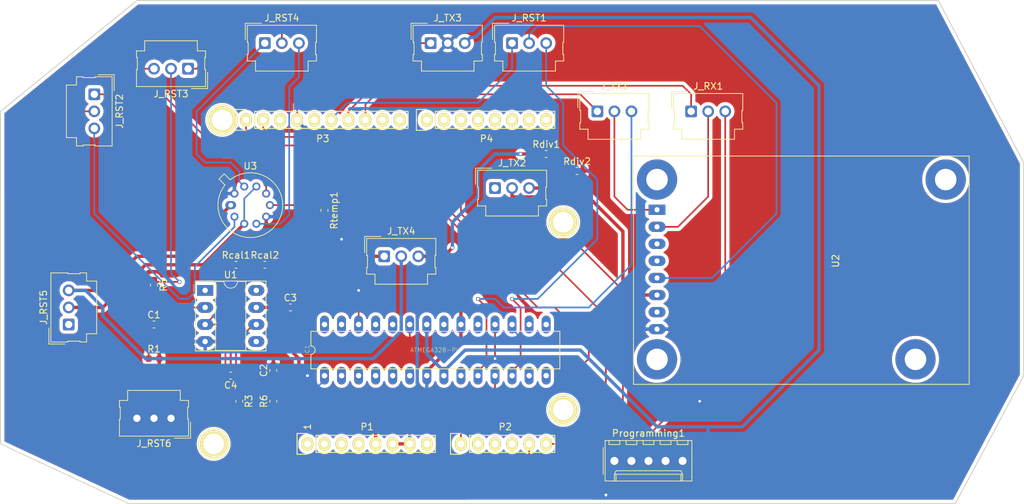
<source format=kicad_pcb>
(kicad_pcb (version 20171130) (host pcbnew "(5.1.4)-1")
  (title_block (date "lun. 30 mars 2015"))
  (layers (0 F.Cu signal) (31 B.Cu signal) (34 B.Paste user) (35 F.Paste user) (36 B.SilkS user) (37 F.SilkS user) (38 B.Mask user) (39 F.Mask user) (44 Edge.Cuts user))
  (net 0 "")
  (net 1 /IOREF)
  (net 2 /Reset)
  (net 3 +5V)
  (net 4 GND)
  (net 5 /Vin)
  (net 6 /A0)
  (net 7 /A1)
  (net 8 /A2)
  (net 9 /A3)
  (net 10 /AREF)
  (net 11 "/A4(SDA)")
  (net 12 "/A5(SCL)")
  (net 13 "/9(**)")
  (net 14 /8)
  (net 15 /7)
  (net 16 "/6(**)")
  (net 17 "/5(**)")
  (net 18 /4)
  (net 19 "/3(**)")
  (net 20 /2)
  (net 21 "/1(Tx)")
  (net 22 "/0(Rx)")
  (net 23 "Net-(P5-Pad1)")
  (net 24 "Net-(P6-Pad1)")
  (net 25 "Net-(P7-Pad1)")
  (net 26 "Net-(P8-Pad1)")
  (net 27 "/13(SCK)")
  (net 28 "Net-(P1-Pad1)")
  (net 29 +3V3)
  (net 30 "Net-(C1-Pad1)")
  (net 31 ANx_Arduino)
  (net 32 "Net-(C4-Pad1)")
  (net 33 "Net-(C4-Pad2)")
  (net 34 "Net-(IC1-Pad2)")
  (net 35 "Net-(IC1-Pad3)")
  (net 36 "Net-(IC1-Pad4)")
  (net 37 "Net-(IC1-Pad5)")
  (net 38 "Net-(IC1-Pad6)")
  (net 39 /5V)
  (net 40 /GND_ATMEL)
  (net 41 "Net-(IC1-Pad9)")
  (net 42 "Net-(IC1-Pad13)")
  (net 43 "Net-(IC1-Pad14)")
  (net 44 "Net-(IC1-Pad15)")
  (net 45 "Net-(IC1-Pad16)")
  (net 46 /TX)
  (net 47 /RX)
  (net 48 "Net-(IC1-Pad19)")
  (net 49 "Net-(IC1-Pad21)")
  (net 50 "Net-(IC1-Pad24)")
  (net 51 "Net-(IC1-Pad25)")
  (net 52 "Net-(IC1-Pad27)")
  (net 53 "Net-(IC1-Pad28)")
  (net 54 /RST_ATMEL)
  (net 55 /RST_LoRa)
  (net 56 /RST_Shield)
  (net 57 /RX_Shield)
  (net 58 /RX_LoRa)
  (net 59 /RX_ATMEL)
  (net 60 /TX_Shield)
  (net 61 /TX_LoRa)
  (net 62 /TX_ATMEL)
  (net 63 /3V3_ATMEL)
  (net 64 /3V3)
  (net 65 /3V3_Shield)
  (net 66 "Net-(Rcal1-Pad2)")
  (net 67 "Net-(U1-Pad1)")
  (net 68 "Net-(U1-Pad5)")
  (net 69 "Net-(U1-Pad8)")
  (net 70 "Net-(U2-Pad7)")
  (net 71 "Net-(U2-Pad4)")
  (net 72 "Net-(U2-Pad3)")
  (net 73 /GasRight1)
  (net 74 /Select1)
  (net 75 /GasLeft1)
  (net 76 /Select2)
  (net 77 /GAS_SENSOR)
  (net 78 /GasLeft2)
  (net 79 /GasRight2)
  (net 80 /VIN5V)
  (net 81 /Vheater)
  (net 82 /ALIM_EXT)
  (net 83 /GND_SHIELD)
  (net 84 /DTR)
  (net 85 /ATMEL_GAS)
  (net 86 /SHIELD_GAS)
  (module Socket_Arduino_Uno:Socket_Strip_Arduino_1x08 (layer F.Cu) (at 138.938 123.825)
    (fp_text reference P1 (at 8.89 -2.54) (layer F.SilkS))
    (fp_text value Power)
    (pad 1 thru_hole oval (at 0 0) (size 1.7272 2.032) (drill 1.016) (layers *.Cu *.Mask F.SilkS) (net 28 "Net-(P1-Pad1)"))
    (pad 2 thru_hole oval (at 2.54 0) (size 1.7272 2.032) (drill 1.016) (layers *.Cu *.Mask F.SilkS) (net 1 /IOREF))
    (pad 3 thru_hole oval (at 5.08 0) (size 1.7272 2.032) (drill 1.016) (layers *.Cu *.Mask F.SilkS) (net 2 /Reset))
    (pad 4 thru_hole oval (at 7.62 0) (size 1.7272 2.032) (drill 1.016) (layers *.Cu *.Mask F.SilkS) (net 29 +3V3))
    (pad 5 thru_hole oval (at 10.16 0) (size 1.7272 2.032) (drill 1.016) (layers *.Cu *.Mask F.SilkS) (net 3 +5V))
    (pad 6 thru_hole oval (at 12.7 0) (size 1.7272 2.032) (drill 1.016) (layers *.Cu *.Mask F.SilkS) (net 83 /GND_SHIELD))
    (pad 7 thru_hole oval (at 15.24 0) (size 1.7272 2.032) (drill 1.016) (layers *.Cu *.Mask F.SilkS) (net 83 /GND_SHIELD))
    (pad 8 thru_hole oval (at 17.78 0) (size 1.7272 2.032) (drill 1.016) (layers *.Cu *.Mask F.SilkS) (net 5 /Vin))
  )
  (module Socket_Arduino_Uno:Socket_Strip_Arduino_1x06 (layer F.Cu) (at 161.798 123.825)
    (fp_text reference P2 (at 6.604 -2.54) (layer F.SilkS))
    (fp_text value Analog)
    (pad 1 thru_hole oval (at 0 0) (size 1.7272 2.032) (drill 1.016) (layers *.Cu *.Mask F.SilkS) (net 6 /A0))
    (pad 2 thru_hole oval (at 2.54 0) (size 1.7272 2.032) (drill 1.016) (layers *.Cu *.Mask F.SilkS) (net 7 /A1))
    (pad 3 thru_hole oval (at 5.08 0) (size 1.7272 2.032) (drill 1.016) (layers *.Cu *.Mask F.SilkS) (net 8 /A2))
    (pad 4 thru_hole oval (at 7.62 0) (size 1.7272 2.032) (drill 1.016) (layers *.Cu *.Mask F.SilkS) (net 9 /A3))
    (pad 5 thru_hole oval (at 10.16 0) (size 1.7272 2.032) (drill 1.016) (layers *.Cu *.Mask F.SilkS) (net 11 "/A4(SDA)"))
    (pad 6 thru_hole oval (at 12.7 0) (size 1.7272 2.032) (drill 1.016) (layers *.Cu *.Mask F.SilkS) (net 12 "/A5(SCL)"))
  )
  (module Socket_Arduino_Uno:Socket_Strip_Arduino_1x10 (layer F.Cu) (at 129.794 75.565)
    (fp_text reference P3 (at 11.43 2.794) (layer F.SilkS))
    (fp_text value Digital)
    (pad 1 thru_hole oval (at 0 0) (size 1.7272 2.032) (drill 1.016) (layers *.Cu *.Mask F.SilkS) (net 12 "/A5(SCL)"))
    (pad 2 thru_hole oval (at 2.54 0) (size 1.7272 2.032) (drill 1.016) (layers *.Cu *.Mask F.SilkS) (net 11 "/A4(SDA)"))
    (pad 3 thru_hole oval (at 5.08 0) (size 1.7272 2.032) (drill 1.016) (layers *.Cu *.Mask F.SilkS) (net 10 /AREF))
    (pad 4 thru_hole oval (at 7.62 0) (size 1.7272 2.032) (drill 1.016) (layers *.Cu *.Mask F.SilkS) (net 83 /GND_SHIELD))
    (pad 5 thru_hole oval (at 10.16 0) (size 1.7272 2.032) (drill 1.016) (layers *.Cu *.Mask F.SilkS) (net 27 "/13(SCK)"))
    (pad 6 thru_hole oval (at 12.7 0) (size 1.7272 2.032) (drill 1.016) (layers *.Cu *.Mask F.SilkS) (net 56 /RST_Shield))
    (pad 7 thru_hole oval (at 15.24 0) (size 1.7272 2.032) (drill 1.016) (layers *.Cu *.Mask F.SilkS) (net 57 /RX_Shield))
    (pad 8 thru_hole oval (at 17.78 0) (size 1.7272 2.032) (drill 1.016) (layers *.Cu *.Mask F.SilkS) (net 60 /TX_Shield))
    (pad 9 thru_hole oval (at 20.32 0) (size 1.7272 2.032) (drill 1.016) (layers *.Cu *.Mask F.SilkS) (net 13 "/9(**)"))
    (pad 10 thru_hole oval (at 22.86 0) (size 1.7272 2.032) (drill 1.016) (layers *.Cu *.Mask F.SilkS) (net 14 /8))
  )
  (module Socket_Arduino_Uno:Socket_Strip_Arduino_1x08 (layer F.Cu) (at 156.718 75.565)
    (fp_text reference P4 (at 8.89 2.794) (layer F.SilkS))
    (fp_text value Digital)
    (pad 1 thru_hole oval (at 0 0) (size 1.7272 2.032) (drill 1.016) (layers *.Cu *.Mask F.SilkS) (net 15 /7))
    (pad 2 thru_hole oval (at 2.54 0) (size 1.7272 2.032) (drill 1.016) (layers *.Cu *.Mask F.SilkS) (net 16 "/6(**)"))
    (pad 3 thru_hole oval (at 5.08 0) (size 1.7272 2.032) (drill 1.016) (layers *.Cu *.Mask F.SilkS) (net 17 "/5(**)"))
    (pad 4 thru_hole oval (at 7.62 0) (size 1.7272 2.032) (drill 1.016) (layers *.Cu *.Mask F.SilkS) (net 18 /4))
    (pad 5 thru_hole oval (at 10.16 0) (size 1.7272 2.032) (drill 1.016) (layers *.Cu *.Mask F.SilkS) (net 19 "/3(**)"))
    (pad 6 thru_hole oval (at 12.7 0) (size 1.7272 2.032) (drill 1.016) (layers *.Cu *.Mask F.SilkS) (net 20 /2))
    (pad 7 thru_hole oval (at 15.24 0) (size 1.7272 2.032) (drill 1.016) (layers *.Cu *.Mask F.SilkS) (net 21 "/1(Tx)"))
    (pad 8 thru_hole oval (at 17.78 0) (size 1.7272 2.032) (drill 1.016) (layers *.Cu *.Mask F.SilkS) (net 22 "/0(Rx)"))
  )
  (module Socket_Arduino_Uno:Arduino_1pin (layer F.Cu) (at 124.968 123.825)
    (fp_text reference P5 hide)
    (fp_text value CONN_01X01 hide)
    (pad 1 thru_hole circle (at 0 0) (size 4.064 4.064) (drill 3.048) (layers *.Cu *.Mask F.SilkS) (net 23 "Net-(P5-Pad1)"))
  )
  (module Socket_Arduino_Uno:Arduino_1pin (layer F.Cu) (at 177.038 118.745)
    (fp_text reference P6 hide)
    (fp_text value CONN_01X01 hide)
    (pad 1 thru_hole circle (at 0 0) (size 4.064 4.064) (drill 3.048) (layers *.Cu *.Mask F.SilkS) (net 24 "Net-(P6-Pad1)"))
  )
  (module Socket_Arduino_Uno:Arduino_1pin (layer F.Cu) (at 126.238 75.565)
    (fp_text reference P7 hide)
    (fp_text value CONN_01X01 hide)
    (pad 1 thru_hole circle (at 0 0) (size 4.064 4.064) (drill 3.048) (layers *.Cu *.Mask F.SilkS) (net 25 "Net-(P7-Pad1)"))
  )
  (module Socket_Arduino_Uno:Arduino_1pin (layer F.Cu) (at 177.038 90.805)
    (fp_text reference P8 hide)
    (fp_text value CONN_01X01 hide)
    (pad 1 thru_hole circle (at 0 0) (size 4.064 4.064) (drill 3.048) (layers *.Cu *.Mask F.SilkS) (net 26 "Net-(P8-Pad1)"))
  )
  (module Capacitor_SMD:C_0603_1608Metric (layer F.Cu) (at 116.078 106.045)
    (fp_text reference C1 (at 0 -1.43) (layer F.SilkS))
    (fp_text value 100n)
    (pad 2 smd roundrect (at 0.7875 0) (size 0.875 0.95) (layers F.Cu F.Paste F.Mask) (net 4 GND))
    (pad 1 smd roundrect (at -0.7875 0) (size 0.875 0.95) (layers F.Cu F.Paste F.Mask) (net 30 "Net-(C1-Pad1)"))
  )
  (module Capacitor_SMD:C_0603_1608Metric (layer F.Cu) (at 133.858 112.8775 90)
    (fp_text reference C2 (at 0 -1.43 90) (layer F.SilkS))
    (fp_text value 100n)
    (pad 1 smd roundrect (at -0.7875 0 90) (size 0.875 0.95) (layers F.Cu F.Paste F.Mask) (net 31 ANx_Arduino))
    (pad 2 smd roundrect (at 0.7875 0 90) (size 0.875 0.95) (layers F.Cu F.Paste F.Mask) (net 4 GND))
  )
  (module Capacitor_SMD:C_0603_1608Metric (layer F.Cu) (at 136.398 103.505)
    (fp_text reference C3 (at 0 -1.43) (layer F.SilkS))
    (fp_text value 100n)
    (pad 2 smd roundrect (at 0.7875 0) (size 0.875 0.95) (layers F.Cu F.Paste F.Mask) (net 4 GND))
    (pad 1 smd roundrect (at -0.7875 0) (size 0.875 0.95) (layers F.Cu F.Paste F.Mask) (net 3 +5V))
  )
  (module Capacitor_SMD:C_0603_1608Metric (layer F.Cu) (at 127.508 113.665 180)
    (fp_text reference C4 (at 0 -1.43) (layer F.SilkS))
    (fp_text value 1u)
    (pad 1 smd roundrect (at -0.7875 0 180) (size 0.875 0.95) (layers F.Cu F.Paste F.Mask) (net 32 "Net-(C4-Pad1)"))
    (pad 2 smd roundrect (at 0.7875 0 180) (size 0.875 0.95) (layers F.Cu F.Paste F.Mask) (net 33 "Net-(C4-Pad2)"))
  )
  (module ATMEGA:DIL28 (layer F.Cu) (at 157.988 109.855 90)
    (fp_text reference IC1 (at 0 -19.066 90) (layer F.SilkS) (effects (font (size 0.640539 0.640539) (thickness 0.05))))
    (fp_text value ATMEGA328-PU (at 0 0) (layer F.SilkS) (effects (font (size 0.640739 0.640739) (thickness 0.05))))
    (pad 1 thru_hole oval (at -3.81 -16.51 90) (size 2.6416 1.3208) (drill 0.8128) (layers *.Cu *.Mask) (net 84 /DTR))
    (pad 2 thru_hole oval (at -3.81 -13.97 90) (size 2.6416 1.3208) (drill 0.8128) (layers *.Cu *.Mask) (net 34 "Net-(IC1-Pad2)"))
    (pad 3 thru_hole oval (at -3.81 -11.43 90) (size 2.6416 1.3208) (drill 0.8128) (layers *.Cu *.Mask) (net 35 "Net-(IC1-Pad3)"))
    (pad 4 thru_hole oval (at -3.81 -8.89 90) (size 2.6416 1.3208) (drill 0.8128) (layers *.Cu *.Mask) (net 36 "Net-(IC1-Pad4)"))
    (pad 5 thru_hole oval (at -3.81 -6.35 90) (size 2.6416 1.3208) (drill 0.8128) (layers *.Cu *.Mask) (net 37 "Net-(IC1-Pad5)"))
    (pad 6 thru_hole oval (at -3.81 -3.81 90) (size 2.6416 1.3208) (drill 0.8128) (layers *.Cu *.Mask) (net 38 "Net-(IC1-Pad6)"))
    (pad 7 thru_hole oval (at -3.81 -1.27 90) (size 2.6416 1.3208) (drill 0.8128) (layers *.Cu *.Mask) (net 39 /5V))
    (pad 8 thru_hole oval (at -3.81 1.27 90) (size 2.6416 1.3208) (drill 0.8128) (layers *.Cu *.Mask) (net 40 /GND_ATMEL))
    (pad 9 thru_hole oval (at -3.81 3.81 90) (size 2.6416 1.3208) (drill 0.8128) (layers *.Cu *.Mask) (net 41 "Net-(IC1-Pad9)"))
    (pad 10 thru_hole oval (at -3.81 6.35 90) (size 2.6416 1.3208) (drill 0.8128) (layers *.Cu *.Mask) (net 62 /TX_ATMEL))
    (pad 11 thru_hole oval (at -3.81 8.89 90) (size 2.6416 1.3208) (drill 0.8128) (layers *.Cu *.Mask) (net 59 /RX_ATMEL))
    (pad 12 thru_hole oval (at -3.81 11.43 90) (size 2.6416 1.3208) (drill 0.8128) (layers *.Cu *.Mask) (net 54 /RST_ATMEL))
    (pad 13 thru_hole oval (at -3.81 13.97 90) (size 2.6416 1.3208) (drill 0.8128) (layers *.Cu *.Mask) (net 42 "Net-(IC1-Pad13)"))
    (pad 14 thru_hole oval (at -3.81 16.51 90) (size 2.6416 1.3208) (drill 0.8128) (layers *.Cu *.Mask) (net 43 "Net-(IC1-Pad14)"))
    (pad 15 thru_hole oval (at 3.81 16.51 90) (size 2.6416 1.3208) (drill 0.8128) (layers *.Cu *.Mask) (net 44 "Net-(IC1-Pad15)"))
    (pad 16 thru_hole oval (at 3.81 13.97 90) (size 2.6416 1.3208) (drill 0.8128) (layers *.Cu *.Mask) (net 45 "Net-(IC1-Pad16)"))
    (pad 17 thru_hole oval (at 3.81 11.43 90) (size 2.6416 1.3208) (drill 0.8128) (layers *.Cu *.Mask) (net 46 /TX))
    (pad 18 thru_hole oval (at 3.81 8.89 90) (size 2.6416 1.3208) (drill 0.8128) (layers *.Cu *.Mask) (net 47 /RX))
    (pad 19 thru_hole oval (at 3.81 6.35 90) (size 2.6416 1.3208) (drill 0.8128) (layers *.Cu *.Mask) (net 48 "Net-(IC1-Pad19)"))
    (pad 20 thru_hole oval (at 3.81 3.81 90) (size 2.6416 1.3208) (drill 0.8128) (layers *.Cu *.Mask) (net 39 /5V))
    (pad 21 thru_hole oval (at 3.81 1.27 90) (size 2.6416 1.3208) (drill 0.8128) (layers *.Cu *.Mask) (net 49 "Net-(IC1-Pad21)"))
    (pad 22 thru_hole oval (at 3.81 -1.27 90) (size 2.6416 1.3208) (drill 0.8128) (layers *.Cu *.Mask) (net 40 /GND_ATMEL))
    (pad 23 thru_hole oval (at 3.81 -3.81 90) (size 2.6416 1.3208) (drill 0.8128) (layers *.Cu *.Mask) (net 85 /ATMEL_GAS))
    (pad 24 thru_hole oval (at 3.81 -6.35 90) (size 2.6416 1.3208) (drill 0.8128) (layers *.Cu *.Mask) (net 50 "Net-(IC1-Pad24)"))
    (pad 25 thru_hole oval (at 3.81 -8.89 90) (size 2.6416 1.3208) (drill 0.8128) (layers *.Cu *.Mask) (net 51 "Net-(IC1-Pad25)"))
    (pad 26 thru_hole oval (at 3.81 -11.43 90) (size 2.6416 1.3208) (drill 0.8128) (layers *.Cu *.Mask) (net 6 /A0))
    (pad 27 thru_hole oval (at 3.81 -13.97 90) (size 2.6416 1.3208) (drill 0.8128) (layers *.Cu *.Mask) (net 52 "Net-(IC1-Pad27)"))
    (pad 28 thru_hole oval (at 3.81 -16.51 90) (size 2.6416 1.3208) (drill 0.8128) (layers *.Cu *.Mask) (net 53 "Net-(IC1-Pad28)"))
  )
  (module Connector_Molex:Molex_SL_171971-0003_1x03_P2.54mm_Vertical (layer F.Cu) (at 169.418 64.135)
    (fp_text reference J_RST1 (at 2.54 -3.75) (layer F.SilkS))
    (fp_text value "LoRa RST Select")
    (pad 3 thru_hole circle (at 5.08 0) (size 1.74 1.74) (drill 1.09) (layers *.Cu *.Mask) (net 54 /RST_ATMEL))
    (pad 2 thru_hole circle (at 2.54 0) (size 1.74 1.74) (drill 1.09) (layers *.Cu *.Mask) (net 55 /RST_LoRa))
    (pad 1 thru_hole roundrect (at 0 0) (size 1.74 1.74) (drill 1.09) (layers *.Cu *.Mask) (roundrect_rratio 0.143678) (net 56 /RST_Shield))
  )
  (module Connector_Molex:Molex_SL_171971-0003_1x03_P2.54mm_Vertical (layer F.Cu) (at 196.088 74.295)
    (fp_text reference J_RX1 (at 2.54 -3.75) (layer F.SilkS))
    (fp_text value "LoRa RX Select")
    (pad 1 thru_hole roundrect (at 0 0) (size 1.74 1.74) (drill 1.09) (layers *.Cu *.Mask) (roundrect_rratio 0.143678) (net 57 /RX_Shield))
    (pad 2 thru_hole circle (at 2.54 0) (size 1.74 1.74) (drill 1.09) (layers *.Cu *.Mask) (net 58 /RX_LoRa))
    (pad 3 thru_hole circle (at 5.08 0) (size 1.74 1.74) (drill 1.09) (layers *.Cu *.Mask) (net 59 /RX_ATMEL))
  )
  (module Connector_Molex:Molex_SL_171971-0003_1x03_P2.54mm_Vertical (layer F.Cu) (at 182.118 74.295)
    (fp_text reference J_TX1 (at 2.54 -3.75) (layer F.SilkS))
    (fp_text value "LoRa TX Select")
    (pad 1 thru_hole roundrect (at 0 0) (size 1.74 1.74) (drill 1.09) (layers *.Cu *.Mask) (roundrect_rratio 0.143678) (net 60 /TX_Shield))
    (pad 2 thru_hole circle (at 2.54 0) (size 1.74 1.74) (drill 1.09) (layers *.Cu *.Mask) (net 61 /TX_LoRa))
    (pad 3 thru_hole circle (at 5.08 0) (size 1.74 1.74) (drill 1.09) (layers *.Cu *.Mask) (net 62 /TX_ATMEL))
  )
  (module Connector_Molex:Molex_SL_171971-0003_1x03_P2.54mm_Vertical (layer F.Cu) (at 166.878 85.725)
    (fp_text reference J_TX2 (at 2.54 -3.75) (layer F.SilkS))
    (fp_text value "3V3 Select")
    (pad 3 thru_hole circle (at 5.08 0) (size 1.74 1.74) (drill 1.09) (layers *.Cu *.Mask) (net 63 /3V3_ATMEL))
    (pad 2 thru_hole circle (at 2.54 0) (size 1.74 1.74) (drill 1.09) (layers *.Cu *.Mask) (net 64 /3V3))
    (pad 1 thru_hole roundrect (at 0 0) (size 1.74 1.74) (drill 1.09) (layers *.Cu *.Mask) (roundrect_rratio 0.143678) (net 65 /3V3_Shield))
  )
  (module Connector_Molex:Molex_SL_171971-0003_1x03_P2.54mm_Vertical (layer F.Cu) (at 157.293001 64.135)
    (fp_text reference J_TX3 (at 2.54 -3.75) (layer F.SilkS))
    (fp_text value "GND Select")
    (pad 1 thru_hole roundrect (at 0 0) (size 1.74 1.74) (drill 1.09) (layers *.Cu *.Mask) (roundrect_rratio 0.143678) (net 83 /GND_SHIELD))
    (pad 2 thru_hole circle (at 2.54 0) (size 1.74 1.74) (drill 1.09) (layers *.Cu *.Mask) (net 4 GND))
    (pad 3 thru_hole circle (at 5.08 0) (size 1.74 1.74) (drill 1.09) (layers *.Cu *.Mask) (net 40 /GND_ATMEL))
  )
  (module Resistor_SMD:R_0603_1608Metric (layer F.Cu) (at 116.078 111.125)
    (fp_text reference R1 (at 0 -1.43) (layer F.SilkS))
    (fp_text value 100k)
    (pad 2 smd roundrect (at 0.7875 0) (size 0.875 0.95) (layers F.Cu F.Paste F.Mask) (net 4 GND))
    (pad 1 smd roundrect (at -0.7875 0) (size 0.875 0.95) (layers F.Cu F.Paste F.Mask) (net 30 "Net-(C1-Pad1)"))
  )
  (module Resistor_SMD:R_0603_1608Metric (layer F.Cu) (at 128.778 117.475 270)
    (fp_text reference R3 (at 0 -1.43 90) (layer F.SilkS))
    (fp_text value 100k)
    (pad 1 smd roundrect (at -0.7875 0 270) (size 0.875 0.95) (layers F.Cu F.Paste F.Mask) (net 32 "Net-(C4-Pad1)"))
    (pad 2 smd roundrect (at 0.7875 0 270) (size 0.875 0.95) (layers F.Cu F.Paste F.Mask) (net 33 "Net-(C4-Pad2)"))
  )
  (module Resistor_SMD:R_0603_1608Metric (layer F.Cu) (at 116.078 100.1775 270)
    (fp_text reference R5 (at 0 -1.43 90) (layer F.SilkS))
    (fp_text value 10k)
    (pad 1 smd roundrect (at -0.7875 0 270) (size 0.875 0.95) (layers F.Cu F.Paste F.Mask) (net 77 /GAS_SENSOR))
    (pad 2 smd roundrect (at 0.7875 0 270) (size 0.875 0.95) (layers F.Cu F.Paste F.Mask) (net 30 "Net-(C1-Pad1)"))
  )
  (module Resistor_SMD:R_0603_1608Metric (layer F.Cu) (at 133.858 117.475 90)
    (fp_text reference R6 (at 0 -1.43 90) (layer F.SilkS))
    (fp_text value 1k)
    (pad 2 smd roundrect (at 0.7875 0 90) (size 0.875 0.95) (layers F.Cu F.Paste F.Mask) (net 32 "Net-(C4-Pad1)"))
    (pad 1 smd roundrect (at -0.7875 0 90) (size 0.875 0.95) (layers F.Cu F.Paste F.Mask) (net 31 ANx_Arduino))
  )
  (module Resistor_SMD:R_0603_1608Metric (layer F.Cu) (at 128.2955 97.155)
    (fp_text reference Rcal1 (at 0 -1.43) (layer F.SilkS))
    (fp_text value " ")
    (pad 1 smd roundrect (at -0.7875 0) (size 0.875 0.95) (layers F.Cu F.Paste F.Mask) (net 33 "Net-(C4-Pad2)"))
    (pad 2 smd roundrect (at 0.7875 0) (size 0.875 0.95) (layers F.Cu F.Paste F.Mask) (net 66 "Net-(Rcal1-Pad2)"))
  )
  (module Resistor_SMD:R_0603_1608Metric (layer F.Cu) (at 132.588 97.155)
    (fp_text reference Rcal2 (at 0 -1.43) (layer F.SilkS))
    (fp_text value " ")
    (pad 1 smd roundrect (at -0.7875 0) (size 0.875 0.95) (layers F.Cu F.Paste F.Mask) (net 66 "Net-(Rcal1-Pad2)"))
    (pad 2 smd roundrect (at 0.7875 0) (size 0.875 0.95) (layers F.Cu F.Paste F.Mask) (net 4 GND))
  )
  (module Resistor_SMD:R_0603_1608Metric (layer F.Cu) (at 174.498 80.645)
    (fp_text reference Rdiv1 (at 0 -1.43) (layer F.SilkS))
    (fp_text value 2k)
    (pad 1 smd roundrect (at -0.7875 0) (size 0.875 0.95) (layers F.Cu F.Paste F.Mask) (net 39 /5V))
    (pad 2 smd roundrect (at 0.7875 0) (size 0.875 0.95) (layers F.Cu F.Paste F.Mask) (net 63 /3V3_ATMEL))
  )
  (module Resistor_SMD:R_0603_1608Metric (layer F.Cu) (at 179.0955 83.185)
    (fp_text reference Rdiv2 (at 0 -1.43) (layer F.SilkS))
    (fp_text value 1k)
    (pad 2 smd roundrect (at 0.7875 0) (size 0.875 0.95) (layers F.Cu F.Paste F.Mask) (net 4 GND))
    (pad 1 smd roundrect (at -0.7875 0) (size 0.875 0.95) (layers F.Cu F.Paste F.Mask) (net 63 /3V3_ATMEL))
  )
  (module Package_DIP:DIP-8_W7.62mm_Socket_LongPads (layer F.Cu) (at 123.698 100.965)
    (fp_text reference U1 (at 3.81 -2.33) (layer F.SilkS))
    (fp_text value LTC1050)
    (pad 1 thru_hole rect (at 0 0) (size 2.4 1.6) (drill 0.8) (layers *.Cu *.Mask) (net 67 "Net-(U1-Pad1)"))
    (pad 5 thru_hole oval (at 7.62 7.62) (size 2.4 1.6) (drill 0.8) (layers *.Cu *.Mask) (net 68 "Net-(U1-Pad5)"))
    (pad 2 thru_hole oval (at 0 2.54) (size 2.4 1.6) (drill 0.8) (layers *.Cu *.Mask) (net 30 "Net-(C1-Pad1)"))
    (pad 6 thru_hole oval (at 7.62 5.08) (size 2.4 1.6) (drill 0.8) (layers *.Cu *.Mask) (net 32 "Net-(C4-Pad1)"))
    (pad 3 thru_hole oval (at 0 5.08) (size 2.4 1.6) (drill 0.8) (layers *.Cu *.Mask) (net 33 "Net-(C4-Pad2)"))
    (pad 7 thru_hole oval (at 7.62 2.54) (size 2.4 1.6) (drill 0.8) (layers *.Cu *.Mask) (net 3 +5V))
    (pad 4 thru_hole oval (at 0 7.62) (size 2.4 1.6) (drill 0.8) (layers *.Cu *.Mask) (net 4 GND))
    (pad 8 thru_hole oval (at 7.62 0) (size 2.4 1.6) (drill 0.8) (layers *.Cu *.Mask) (net 69 "Net-(U1-Pad8)"))
  )
  (module RN2483_Breakout:RN2483_Breakout (layer F.Cu) (at 191.008 88.955 270)
    (fp_text reference U2 (at 7.62 -26.61 90) (layer F.SilkS))
    (fp_text value RN2483_Breakout)
    (pad "" thru_hole circle (at 22.28 -38.5 270) (size 6 6) (drill 3.2) (layers *.Cu *.Mask))
    (pad "" thru_hole circle (at -4.5 -43 270) (size 6 6) (drill 3.2) (layers *.Cu *.Mask))
    (pad "" thru_hole circle (at 22.28 0 270) (size 6 6) (drill 3.2) (layers *.Cu *.Mask))
    (pad "" thru_hole circle (at -4.5 0 270) (size 6 6) (drill 3.2) (layers *.Cu *.Mask))
    (pad 8 thru_hole oval (at 17.78 0 270) (size 1.524 2.524) (drill 0.762) (layers *.Cu *.Mask) (net 4 GND))
    (pad 7 thru_hole oval (at 15.24 0 270) (size 1.524 2.524) (drill 0.762) (layers *.Cu *.Mask) (net 70 "Net-(U2-Pad7)"))
    (pad 6 thru_hole oval (at 12.7 0 270) (size 1.524 2.524) (drill 0.762) (layers *.Cu *.Mask) (net 64 /3V3))
    (pad 5 thru_hole oval (at 10.16 0 270) (size 1.524 2.524) (drill 0.762) (layers *.Cu *.Mask) (net 55 /RST_LoRa))
    (pad 4 thru_hole oval (at 7.62 0 270) (size 1.524 2.524) (drill 0.762) (layers *.Cu *.Mask) (net 71 "Net-(U2-Pad4)"))
    (pad 3 thru_hole oval (at 5.08 0 270) (size 1.524 2.524) (drill 0.762) (layers *.Cu *.Mask) (net 72 "Net-(U2-Pad3)"))
    (pad 2 thru_hole oval (at 2.54 0 270) (size 1.524 2.524) (drill 0.762) (layers *.Cu *.Mask) (net 58 /RX_LoRa))
    (pad 1 thru_hole rect (at 0 0 270) (size 1.524 2.524) (drill 0.762) (layers *.Cu *.Mask) (net 61 /TX_LoRa))
  )
  (module Connector_Molex:Molex_SL_171971-0003_1x03_P2.54mm_Vertical (layer F.Cu) (at 107.188 71.755 270)
    (fp_text reference J_RST2 (at 2.54 -3.75 90) (layer F.SilkS))
    (fp_text value "Gas Right/Left 1")
    (pad 1 thru_hole roundrect (at 0 0 270) (size 1.74 1.74) (drill 1.09) (layers *.Cu *.Mask) (roundrect_rratio 0.143678) (net 73 /GasRight1))
    (pad 2 thru_hole circle (at 2.54 0 270) (size 1.74 1.74) (drill 1.09) (layers *.Cu *.Mask) (net 74 /Select1))
    (pad 3 thru_hole circle (at 5.08 0 270) (size 1.74 1.74) (drill 1.09) (layers *.Cu *.Mask) (net 75 /GasLeft1))
  )
  (module Connector_Molex:Molex_SL_171971-0003_1x03_P2.54mm_Vertical (layer F.Cu) (at 121.158 67.945 180)
    (fp_text reference J_RST3 (at 2.54 -3.75) (layer F.SilkS))
    (fp_text value "Gas Sensor Select")
    (pad 1 thru_hole roundrect (at 0 0 180) (size 1.74 1.74) (drill 1.09) (layers *.Cu *.Mask) (roundrect_rratio 0.143678) (net 76 /Select2))
    (pad 2 thru_hole circle (at 2.54 0 180) (size 1.74 1.74) (drill 1.09) (layers *.Cu *.Mask) (net 77 /GAS_SENSOR))
    (pad 3 thru_hole circle (at 5.08 0 180) (size 1.74 1.74) (drill 1.09) (layers *.Cu *.Mask) (net 74 /Select1))
  )
  (module Connector_Molex:Molex_SL_171971-0003_1x03_P2.54mm_Vertical (layer F.Cu) (at 132.588 64.135)
    (fp_text reference J_RST4 (at 2.54 -3.75) (layer F.SilkS))
    (fp_text value "Gas Right/Left 2")
    (pad 3 thru_hole circle (at 5.08 0) (size 1.74 1.74) (drill 1.09) (layers *.Cu *.Mask) (net 78 /GasLeft2))
    (pad 2 thru_hole circle (at 2.54 0) (size 1.74 1.74) (drill 1.09) (layers *.Cu *.Mask) (net 76 /Select2))
    (pad 1 thru_hole roundrect (at 0 0) (size 1.74 1.74) (drill 1.09) (layers *.Cu *.Mask) (roundrect_rratio 0.143678) (net 79 /GasRight2))
  )
  (module Connector_Molex:Molex_SL_171971-0003_1x03_P2.54mm_Vertical (layer F.Cu) (at 103.378 106.045 90)
    (fp_text reference J_RST5 (at 2.54 -3.75 90) (layer F.SilkS))
    (fp_text value HeaterAlim)
    (pad 3 thru_hole circle (at 5.08 0 90) (size 1.74 1.74) (drill 1.09) (layers *.Cu *.Mask) (net 80 /VIN5V))
    (pad 2 thru_hole circle (at 2.54 0 90) (size 1.74 1.74) (drill 1.09) (layers *.Cu *.Mask) (net 81 /Vheater))
    (pad 1 thru_hole roundrect (at 0 0 90) (size 1.74 1.74) (drill 1.09) (layers *.Cu *.Mask) (roundrect_rratio 0.143678) (net 82 /ALIM_EXT))
  )
  (module Connector_Molex:Molex_SL_171971-0003_1x03_P2.54mm_Vertical (layer F.Cu) (at 150.368 95.885)
    (fp_text reference J_TX4 (at 2.54 -3.75) (layer F.SilkS))
    (fp_text value "VIN Select")
    (pad 1 thru_hole roundrect (at 0 0) (size 1.74 1.74) (drill 1.09) (layers *.Cu *.Mask) (roundrect_rratio 0.143678) (net 3 +5V))
    (pad 2 thru_hole circle (at 2.54 0) (size 1.74 1.74) (drill 1.09) (layers *.Cu *.Mask) (net 80 /VIN5V))
    (pad 3 thru_hole circle (at 5.08 0) (size 1.74 1.74) (drill 1.09) (layers *.Cu *.Mask) (net 39 /5V))
  )
  (module Resistor_SMD:R_0603_1608Metric (layer F.Cu) (at 141.478 89.0525 270)
    (fp_text reference Rtemp1 (at 0 -1.43 90) (layer F.SilkS))
    (fp_text value Rajust)
    (pad 1 smd roundrect (at -0.7875 0 270) (size 0.875 0.95) (layers F.Cu F.Paste F.Mask) (net 6 /A0))
    (pad 2 smd roundrect (at 0.7875 0 270) (size 0.875 0.95) (layers F.Cu F.Paste F.Mask) (net 4 GND))
  )
  (module Package_TO_SOT_THT:TO-5-10_Window (layer F.Cu) (at 127.508 88.265)
    (fp_text reference U3 (at 2.92 -5.82) (layer F.SilkS))
    (fp_text value Sensor_AIME)
    (pad 1 thru_hole oval (at 0 0) (size 1.6 1.2) (drill 0.7) (layers *.Cu *.Mask) (net 80 /VIN5V))
    (pad 2 thru_hole oval (at 0.55767 1.716333) (size 1.2 1.2) (drill 0.7) (layers *.Cu *.Mask) (net 75 /GasLeft1))
    (pad 3 thru_hole oval (at 2.01767 2.777085) (size 1.2 1.2) (drill 0.7) (layers *.Cu *.Mask) (net 81 /Vheater))
    (pad 4 thru_hole oval (at 3.82233 2.777085) (size 1.2 1.2) (drill 0.7) (layers *.Cu *.Mask) (net 78 /GasLeft2))
    (pad 5 thru_hole oval (at 5.28233 1.716333) (size 1.2 1.2) (drill 0.7) (layers *.Cu *.Mask) (net 4 GND))
    (pad 6 thru_hole oval (at 5.84 0) (size 1.2 1.2) (drill 0.7) (layers *.Cu *.Mask) (net 6 /A0))
    (pad 7 thru_hole oval (at 5.28233 -1.716333) (size 1.2 1.2) (drill 0.7) (layers *.Cu *.Mask) (net 73 /GasRight1))
    (pad 8 thru_hole oval (at 3.82233 -2.777085) (size 1.2 1.2) (drill 0.7) (layers *.Cu *.Mask) (net 81 /Vheater))
    (pad 9 thru_hole oval (at 2.01767 -2.777085) (size 1.2 1.2) (drill 0.7) (layers *.Cu *.Mask) (net 79 /GasRight2))
    (pad 10 thru_hole oval (at 0.55767 -1.716333) (size 1.2 1.2) (drill 0.7) (layers *.Cu *.Mask) (net 4 GND))
  )
  (module Connector_Molex:Molex_KK-254_AE-6410-05A_1x05_P2.54mm_Vertical (layer F.Cu) (at 184.658 126.365)
    (fp_text reference Programming1 (at 5.08 -4.12) (layer F.SilkS))
    (fp_text value Sparkfun_Interface)
    (pad 1 thru_hole roundrect (at 0 0) (size 1.74 2.2) (drill 1.2) (layers *.Cu *.Mask) (roundrect_rratio 0.143678) (net 40 /GND_ATMEL))
    (pad 2 thru_hole oval (at 2.54 0) (size 1.74 2.2) (drill 1.2) (layers *.Cu *.Mask) (net 39 /5V))
    (pad 3 thru_hole oval (at 5.08 0) (size 1.74 2.2) (drill 1.2) (layers *.Cu *.Mask) (net 46 /TX))
    (pad 4 thru_hole oval (at 7.62 0) (size 1.74 2.2) (drill 1.2) (layers *.Cu *.Mask) (net 47 /RX))
    (pad 5 thru_hole oval (at 10.16 0) (size 1.74 2.2) (drill 1.2) (layers *.Cu *.Mask) (net 84 /DTR))
  )
  (module Connector_Molex:Molex_SL_171971-0003_1x03_P2.54mm_Vertical (layer F.Cu) (at 118.618 120.015 180)
    (fp_text reference J_RST6 (at 2.54 -3.75) (layer F.SilkS))
    (fp_text value GasOut_Select)
    (pad 1 thru_hole roundrect (at 0 0 180) (size 1.74 1.74) (drill 1.09) (layers *.Cu *.Mask) (roundrect_rratio 0.143678) (net 85 /ATMEL_GAS))
    (pad 2 thru_hole circle (at 2.54 0 180) (size 1.74 1.74) (drill 1.09) (layers *.Cu *.Mask) (net 31 ANx_Arduino))
    (pad 3 thru_hole circle (at 5.08 0 180) (size 1.74 1.74) (drill 1.09) (layers *.Cu *.Mask) (net 86 /SHIELD_GAS))
  )
  (gr_line (start 93.218 76.835) (end 93.218 86.995) (layer Edge.Cuts) (width 0.15))
  (gr_line (start 93.218 74.295) (end 93.218 76.835) (layer Edge.Cuts) (width 0.15))
  (gr_line (start 113.538 57.785) (end 93.218 74.295) (layer Edge.Cuts) (width 0.15))
  (gr_line (start 232.918 57.785) (end 113.538 57.785) (layer Edge.Cuts) (width 0.15))
  (gr_line (start 245.618 81.915) (end 232.918 57.785) (layer Edge.Cuts) (width 0.15))
  (gr_line (start 245.618 113.665) (end 245.618 81.915) (layer Edge.Cuts) (width 0.15))
  (gr_line (start 235.458 132.715) (end 245.618 113.665) (layer Edge.Cuts) (width 0.15))
  (gr_line (start 112.268 132.715) (end 235.458 132.715) (layer Edge.Cuts) (width 0.15))
  (gr_line (start 93.218 123.825) (end 112.268 132.715) (layer Edge.Cuts) (width 0.15))
  (gr_line (start 93.218 75.565) (end 93.218 123.825) (layer Edge.Cuts) (width 0.15))
  (gr_text 1 (at 138.938 121.285 90) (layer F.SilkS) (effects (font (size 1 1))))
  (segment (start 135.6105 103.505) (end 131.318 103.505) (width 0.5) (layer F.Cu) (net 3))
  (segment (start 150.368 95.885) (end 145.288 95.885) (width 0.5) (layer F.Cu) (net 3))
  (segment (start 145.288 95.885) (end 140.208 100.965) (width 0.5) (layer F.Cu) (net 3))
  (segment (start 138.1505 100.965) (end 135.6105 103.505) (width 0.5) (layer F.Cu) (net 3))
  (segment (start 140.208 100.965) (end 138.1505 100.965) (width 0.5) (layer F.Cu) (net 3))
  (segment (start 135.6105 109.0675) (end 137.668 111.125) (width 0.5) (layer F.Cu) (net 3))
  (segment (start 135.6105 103.505) (end 135.6105 109.0675) (width 0.5) (layer F.Cu) (net 3))
  (segment (start 149.098 121.285) (end 149.098 123.825) (width 0.5) (layer F.Cu) (net 3))
  (segment (start 137.668 111.125) (end 137.668 114.935) (width 0.5) (layer F.Cu) (net 3))
  (segment (start 137.668 114.935) (end 142.748 120.015) (width 0.5) (layer F.Cu) (net 3))
  (segment (start 142.748 120.015) (end 147.828 120.015) (width 0.5) (layer F.Cu) (net 3))
  (segment (start 147.828 120.015) (end 149.098 121.285) (width 0.5) (layer F.Cu) (net 3))
  (segment (start 141.478 88.265) (end 133.348 88.265) (width 0.25) (layer F.Cu) (net 6))
  (segment (start 141.478 88.265) (end 157.988 88.265) (width 0.25) (layer F.Cu) (net 6))
  (segment (start 157.988 88.265) (end 173.228 103.505) (width 0.25) (layer F.Cu) (net 6))
  (segment (start 173.228 103.505) (end 175.768 103.505) (width 0.25) (layer F.Cu) (net 6))
  (segment (start 175.768 103.505) (end 180.848 108.585) (width 0.25) (layer F.Cu) (net 6))
  (segment (start 180.848 108.585) (end 180.848 111.125) (width 0.25) (layer F.Cu) (net 6))
  (segment (start 180.848 111.125) (end 171.958 120.015) (width 0.25) (layer F.Cu) (net 6))
  (segment (start 171.958 120.015) (end 163.068 120.015) (width 0.25) (layer F.Cu) (net 6))
  (segment (start 161.798 121.285) (end 161.798 123.825) (width 0.25) (layer F.Cu) (net 6))
  (segment (start 163.068 120.015) (end 161.798 121.285) (width 0.25) (layer F.Cu) (net 6))
  (segment (start 141.478 88.265) (end 142.748 88.265) (width 0.25) (layer F.Cu) (net 6))
  (segment (start 142.748 88.265) (end 144.018 89.535) (width 0.25) (layer F.Cu) (net 6))
  (segment (start 144.018 89.535) (end 144.018 93.345) (width 0.25) (layer F.Cu) (net 6))
  (segment (start 144.018 93.345) (end 144.018 93.345) (width 0.25) (layer F.Cu) (net 6))
  (via (at 144.018 93.345) (size 0.6) (drill 0.4) (layers F.Cu B.Cu) (net 6))
  (segment (start 144.018 93.345) (end 144.018 98.425) (width 0.25) (layer B.Cu) (net 6))
  (segment (start 144.018 98.425) (end 146.558 100.965) (width 0.25) (layer B.Cu) (net 6))
  (segment (start 146.558 100.965) (end 146.558 100.965) (width 0.25) (layer B.Cu) (net 6))
  (via (at 146.558 100.965) (size 0.6) (drill 0.4) (layers F.Cu B.Cu) (net 6))
  (segment (start 146.558 100.965) (end 146.558 106.045) (width 0.25) (layer F.Cu) (net 6))
  (segment (start 132.334 76.831) (end 133.608 78.105) (width 0.25) (layer F.Cu) (net 11))
  (segment (start 132.334 75.565) (end 132.334 76.831) (width 0.25) (layer F.Cu) (net 11))
  (segment (start 133.608 78.105) (end 159.258 78.105) (width 0.25) (layer F.Cu) (net 11))
  (segment (start 159.258 78.105) (end 161.798 80.645) (width 0.25) (layer F.Cu) (net 11))
  (segment (start 161.798 80.645) (end 161.798 89.535) (width 0.25) (layer F.Cu) (net 11))
  (segment (start 161.798 89.535) (end 165.608 93.345) (width 0.25) (layer F.Cu) (net 11))
  (segment (start 165.608 93.345) (end 178.308 93.345) (width 0.25) (layer F.Cu) (net 11))
  (segment (start 178.308 93.345) (end 185.928 100.965) (width 0.25) (layer F.Cu) (net 11))
  (segment (start 185.928 100.965) (end 185.928 122.555) (width 0.25) (layer F.Cu) (net 11))
  (segment (start 185.928 122.555) (end 178.308 130.175) (width 0.25) (layer F.Cu) (net 11))
  (segment (start 178.308 130.175) (end 174.498 130.175) (width 0.25) (layer F.Cu) (net 11))
  (segment (start 171.958 127.635) (end 171.958 123.825) (width 0.25) (layer F.Cu) (net 11))
  (segment (start 174.498 130.175) (end 171.958 127.635) (width 0.25) (layer F.Cu) (net 11))
  (segment (start 182.118 123.825) (end 174.498 123.825) (width 0.25) (layer F.Cu) (net 12))
  (segment (start 183.388 122.555) (end 182.118 123.825) (width 0.25) (layer F.Cu) (net 12))
  (segment (start 183.388 104.775) (end 183.388 122.555) (width 0.25) (layer F.Cu) (net 12))
  (segment (start 165.608 94.615) (end 173.228 94.615) (width 0.25) (layer F.Cu) (net 12))
  (segment (start 129.794 77.851) (end 131.318 79.375) (width 0.25) (layer F.Cu) (net 12))
  (segment (start 129.794 75.565) (end 129.794 77.851) (width 0.25) (layer F.Cu) (net 12))
  (segment (start 131.318 79.375) (end 157.988 79.375) (width 0.25) (layer F.Cu) (net 12))
  (segment (start 157.988 79.375) (end 159.258 80.645) (width 0.25) (layer F.Cu) (net 12))
  (segment (start 159.258 80.645) (end 159.258 88.265) (width 0.25) (layer F.Cu) (net 12))
  (segment (start 173.228 94.615) (end 183.388 104.775) (width 0.25) (layer F.Cu) (net 12))
  (segment (start 159.258 88.265) (end 165.608 94.615) (width 0.25) (layer F.Cu) (net 12))
  (segment (start 122.428 103.505) (end 123.698 103.505) (width 0.25) (layer F.Cu) (net 30))
  (segment (start 116.078 103.505) (end 119.888 103.505) (width 0.25) (layer F.Cu) (net 30))
  (segment (start 115.2905 106.045) (end 115.2905 104.2925) (width 0.25) (layer F.Cu) (net 30))
  (segment (start 115.2905 104.2925) (end 116.078 103.505) (width 0.25) (layer F.Cu) (net 30))
  (segment (start 115.2905 111.125) (end 115.2905 106.045) (width 0.25) (layer F.Cu) (net 30))
  (segment (start 115.2905 106.045) (end 114.0205 104.775) (width 0.25) (layer F.Cu) (net 30))
  (segment (start 114.0205 104.775) (end 114.0205 103.0225) (width 0.25) (layer F.Cu) (net 30))
  (segment (start 114.0205 103.0225) (end 116.078 100.965) (width 0.25) (layer F.Cu) (net 30))
  (segment (start 119.888 103.505) (end 123.698 103.505) (width 0.25) (layer F.Cu) (net 30))
  (segment (start 133.858 118.2625) (end 135.6105 118.2625) (width 0.25) (layer F.Cu) (net 31))
  (segment (start 135.6105 118.2625) (end 136.398 117.475) (width 0.25) (layer F.Cu) (net 31))
  (segment (start 136.398 117.475) (end 136.398 116.205) (width 0.25) (layer F.Cu) (net 31))
  (segment (start 136.398 116.205) (end 133.858 113.665) (width 0.25) (layer F.Cu) (net 31))
  (segment (start 116.078 120.015) (end 123.698 127.635) (width 0.25) (layer F.Cu) (net 31))
  (segment (start 123.698 127.635) (end 126.238 127.635) (width 0.25) (layer F.Cu) (net 31))
  (segment (start 126.238 127.635) (end 133.858 120.015) (width 0.25) (layer F.Cu) (net 31))
  (segment (start 133.858 120.015) (end 133.858 118.2625) (width 0.25) (layer F.Cu) (net 31))
  (segment (start 128.778 116.6875) (end 128.778 114.935) (width 0.25) (layer F.Cu) (net 32))
  (segment (start 128.2955 114.4525) (end 128.778 114.935) (width 0.25) (layer F.Cu) (net 32))
  (segment (start 128.2955 113.665) (end 128.2955 114.4525) (width 0.25) (layer F.Cu) (net 32))
  (segment (start 130.918 106.045) (end 131.318 106.045) (width 0.25) (layer F.Cu) (net 32))
  (segment (start 128.2955 113.665) (end 128.2955 108.6675) (width 0.25) (layer F.Cu) (net 32))
  (segment (start 128.2955 108.6675) (end 130.918 106.045) (width 0.25) (layer F.Cu) (net 32))
  (segment (start 128.778 116.6875) (end 133.858 116.6875) (width 0.25) (layer F.Cu) (net 32))
  (segment (start 126.7205 113.665) (end 126.7205 106.5275) (width 0.25) (layer F.Cu) (net 33))
  (segment (start 126.238 106.045) (end 123.698 106.045) (width 0.25) (layer F.Cu) (net 33))
  (segment (start 126.7205 106.5275) (end 126.238 106.045) (width 0.25) (layer F.Cu) (net 33))
  (segment (start 128.778 118.2625) (end 127.0255 118.2625) (width 0.25) (layer F.Cu) (net 33))
  (segment (start 126.7205 117.9575) (end 126.7205 113.665) (width 0.25) (layer F.Cu) (net 33))
  (segment (start 127.0255 118.2625) (end 126.7205 117.9575) (width 0.25) (layer F.Cu) (net 33))
  (segment (start 127.508 97.73) (end 127.508 97.155) (width 0.25) (layer F.Cu) (net 33))
  (segment (start 123.698 106.045) (end 127.508 102.235) (width 0.25) (layer F.Cu) (net 33))
  (segment (start 127.508 102.235) (end 127.508 97.73) (width 0.25) (layer F.Cu) (net 33))
  (via (at 160.528 94.615) (size 0.6) (drill 0.4) (layers F.Cu B.Cu) (net 39))
  (via (at 170.688 80.645) (size 0.6) (drill 0.4) (layers F.Cu B.Cu) (net 39))
  (segment (start 155.448 95.885) (end 157.988 95.885) (width 0.5) (layer F.Cu) (net 39))
  (segment (start 161.798 99.695) (end 161.798 106.045) (width 0.5) (layer F.Cu) (net 39))
  (segment (start 157.988 95.885) (end 161.798 99.695) (width 0.5) (layer F.Cu) (net 39))
  (segment (start 156.718 113.0046) (end 161.798 107.9246) (width 0.5) (layer F.Cu) (net 39))
  (segment (start 156.718 113.665) (end 156.718 113.0046) (width 0.5) (layer F.Cu) (net 39))
  (segment (start 161.798 107.9246) (end 161.798 106.045) (width 0.5) (layer F.Cu) (net 39))
  (segment (start 160.528 94.615) (end 160.528 90.805) (width 0.5) (layer B.Cu) (net 39))
  (segment (start 160.528 90.805) (end 164.338 86.995) (width 0.5) (layer B.Cu) (net 39))
  (segment (start 164.338 86.995) (end 164.338 83.185) (width 0.5) (layer B.Cu) (net 39))
  (segment (start 164.338 83.185) (end 166.878 80.645) (width 0.5) (layer B.Cu) (net 39))
  (segment (start 166.878 80.645) (end 170.688 80.645) (width 0.5) (layer B.Cu) (net 39))
  (segment (start 157.988 95.885) (end 159.258 95.885) (width 0.5) (layer F.Cu) (net 39))
  (segment (start 159.258 95.885) (end 160.528 94.615) (width 0.5) (layer F.Cu) (net 39))
  (segment (start 170.688 80.645) (end 173.7105 80.645) (width 0.5) (layer F.Cu) (net 39))
  (segment (start 156.718 117.475) (end 156.718 113.665) (width 0.5) (layer B.Cu) (net 39))
  (segment (start 159.258 120.015) (end 156.718 117.475) (width 0.5) (layer B.Cu) (net 39))
  (segment (start 159.258 126.365) (end 159.258 120.015) (width 0.5) (layer B.Cu) (net 39))
  (segment (start 187.198 126.365) (end 187.198 126.135) (width 0.5) (layer B.Cu) (net 39))
  (segment (start 184.888 123.825) (end 179.578 123.825) (width 0.5) (layer B.Cu) (net 39))
  (segment (start 179.578 123.825) (end 175.768 127.635) (width 0.5) (layer B.Cu) (net 39))
  (segment (start 187.198 126.135) (end 184.888 123.825) (width 0.5) (layer B.Cu) (net 39))
  (segment (start 175.768 127.635) (end 160.528 127.635) (width 0.5) (layer B.Cu) (net 39))
  (segment (start 160.528 127.635) (end 159.258 126.365) (width 0.5) (layer B.Cu) (net 39))
  (segment (start 163.243 63.265001) (end 163.937999 63.265001) (width 0.5) (layer B.Cu) (net 40))
  (segment (start 162.373001 64.135) (end 163.243 63.265001) (width 0.5) (layer B.Cu) (net 40))
  (segment (start 163.937999 63.265001) (end 166.878 60.325) (width 0.5) (layer B.Cu) (net 40))
  (segment (start 166.878 60.325) (end 204.978 60.325) (width 0.5) (layer B.Cu) (net 40))
  (segment (start 204.978 60.325) (end 215.138 70.485) (width 0.5) (layer B.Cu) (net 40))
  (segment (start 215.138 70.485) (end 215.138 109.855) (width 0.5) (layer B.Cu) (net 40))
  (segment (start 215.138 109.855) (end 203.708 121.285) (width 0.5) (layer B.Cu) (net 40))
  (segment (start 159.258 113.0046) (end 159.258 113.665) (width 0.5) (layer B.Cu) (net 40))
  (segment (start 162.4076 109.855) (end 159.258 113.0046) (width 0.5) (layer B.Cu) (net 40))
  (segment (start 179.578 109.855) (end 162.4076 109.855) (width 0.5) (layer B.Cu) (net 40))
  (segment (start 156.718 110.4646) (end 156.718 106.045) (width 0.5) (layer B.Cu) (net 40))
  (segment (start 159.258 113.0046) (end 156.718 110.4646) (width 0.5) (layer B.Cu) (net 40))
  (segment (start 191.008 121.285) (end 179.578 109.855) (width 0.5) (layer B.Cu) (net 40))
  (segment (start 198.628 121.285) (end 191.008 121.285) (width 0.5) (layer B.Cu) (net 40))
  (segment (start 203.708 121.285) (end 198.628 121.285) (width 0.5) (layer B.Cu) (net 40))
  (segment (start 184.658 130.175) (end 184.658 126.365) (width 0.5) (layer B.Cu) (net 40))
  (segment (start 185.928 131.445) (end 184.658 130.175) (width 0.5) (layer B.Cu) (net 40))
  (segment (start 196.088 131.445) (end 185.928 131.445) (width 0.5) (layer B.Cu) (net 40))
  (segment (start 198.628 121.285) (end 198.628 128.905) (width 0.5) (layer B.Cu) (net 40))
  (segment (start 198.628 128.905) (end 196.088 131.445) (width 0.5) (layer B.Cu) (net 40))
  (segment (start 189.738 126.595) (end 191.008 127.865) (width 0.25) (layer F.Cu) (net 46))
  (segment (start 189.738 126.365) (end 189.738 126.595) (width 0.25) (layer F.Cu) (net 46))
  (segment (start 191.008 127.865) (end 191.008 128.905) (width 0.25) (layer F.Cu) (net 46))
  (segment (start 191.008 128.905) (end 192.278 130.175) (width 0.25) (layer F.Cu) (net 46))
  (segment (start 192.278 130.175) (end 196.088 130.175) (width 0.25) (layer F.Cu) (net 46))
  (segment (start 196.088 130.175) (end 202.438 123.825) (width 0.25) (layer F.Cu) (net 46))
  (segment (start 202.438 123.825) (end 202.438 121.285) (width 0.25) (layer F.Cu) (net 46))
  (segment (start 202.438 121.285) (end 198.628 117.475) (width 0.25) (layer F.Cu) (net 46))
  (segment (start 198.628 117.475) (end 197.358 117.475) (width 0.25) (layer F.Cu) (net 46))
  (segment (start 197.358 117.475) (end 197.358 117.475) (width 0.25) (layer F.Cu) (net 46))
  (via (at 197.358 117.475) (size 0.6) (drill 0.4) (layers F.Cu B.Cu) (net 46))
  (segment (start 197.358 117.475) (end 191.008 117.475) (width 0.25) (layer B.Cu) (net 46))
  (segment (start 191.008 117.475) (end 182.118 108.585) (width 0.25) (layer B.Cu) (net 46))
  (segment (start 169.418 106.7054) (end 169.418 106.045) (width 0.25) (layer B.Cu) (net 46))
  (segment (start 171.2976 108.585) (end 169.418 106.7054) (width 0.25) (layer B.Cu) (net 46))
  (segment (start 182.118 108.585) (end 171.2976 108.585) (width 0.25) (layer B.Cu) (net 46))
  (segment (start 192.278 126.135) (end 177.268 111.125) (width 0.25) (layer B.Cu) (net 47))
  (segment (start 192.278 126.365) (end 192.278 126.135) (width 0.25) (layer B.Cu) (net 47))
  (segment (start 177.268 111.125) (end 166.878 111.125) (width 0.25) (layer B.Cu) (net 47))
  (segment (start 166.878 111.125) (end 166.878 111.125) (width 0.25) (layer B.Cu) (net 47))
  (via (at 166.878 111.125) (size 0.6) (drill 0.4) (layers F.Cu B.Cu) (net 47))
  (segment (start 166.878 111.125) (end 166.878 106.045) (width 0.25) (layer F.Cu) (net 47))
  (via (at 169.418 102.235) (size 0.6) (drill 0.4) (layers F.Cu B.Cu) (net 54))
  (segment (start 169.418 113.665) (end 169.418 113.0046) (width 0.25) (layer F.Cu) (net 54))
  (segment (start 169.418 113.0046) (end 170.688 111.7346) (width 0.25) (layer F.Cu) (net 54))
  (segment (start 170.688 103.505) (end 169.418 102.235) (width 0.25) (layer F.Cu) (net 54))
  (segment (start 170.688 111.7346) (end 170.688 103.505) (width 0.25) (layer F.Cu) (net 54))
  (segment (start 174.498 64.135) (end 174.498 70.485) (width 0.25) (layer B.Cu) (net 54))
  (segment (start 174.498 70.485) (end 177.038 73.025) (width 0.25) (layer B.Cu) (net 54))
  (segment (start 169.418 102.235) (end 173.228 102.235) (width 0.25) (layer B.Cu) (net 54))
  (segment (start 173.228 102.235) (end 182.118 93.345) (width 0.25) (layer B.Cu) (net 54))
  (segment (start 182.118 93.345) (end 182.118 84.455) (width 0.25) (layer B.Cu) (net 54))
  (segment (start 182.118 84.455) (end 177.038 79.375) (width 0.25) (layer B.Cu) (net 54))
  (segment (start 177.038 79.375) (end 177.038 73.025) (width 0.25) (layer B.Cu) (net 54))
  (segment (start 171.958 64.135) (end 171.958 62.865) (width 0.25) (layer B.Cu) (net 55))
  (segment (start 171.958 62.865) (end 173.228 61.595) (width 0.25) (layer B.Cu) (net 55))
  (segment (start 173.228 61.595) (end 197.358 61.595) (width 0.25) (layer B.Cu) (net 55))
  (segment (start 197.358 61.595) (end 208.788 73.025) (width 0.25) (layer B.Cu) (net 55))
  (segment (start 208.788 73.025) (end 208.788 89.535) (width 0.25) (layer B.Cu) (net 55))
  (segment (start 199.208 99.115) (end 191.008 99.115) (width 0.25) (layer B.Cu) (net 55))
  (segment (start 208.788 89.535) (end 199.208 99.115) (width 0.25) (layer B.Cu) (net 55))
  (segment (start 142.494 75.4126) (end 142.494 75.565) (width 0.25) (layer B.Cu) (net 56))
  (segment (start 144.8816 73.025) (end 142.494 75.4126) (width 0.25) (layer B.Cu) (net 56))
  (segment (start 164.338 73.025) (end 144.8816 73.025) (width 0.25) (layer B.Cu) (net 56))
  (segment (start 169.418 64.135) (end 169.418 67.945) (width 0.25) (layer B.Cu) (net 56))
  (segment (start 169.418 67.945) (end 164.338 73.025) (width 0.25) (layer B.Cu) (net 56))
  (segment (start 145.034 74.299) (end 148.848 70.485) (width 0.25) (layer F.Cu) (net 57))
  (segment (start 145.034 75.565) (end 145.034 74.299) (width 0.25) (layer F.Cu) (net 57))
  (segment (start 148.848 70.485) (end 194.818 70.485) (width 0.25) (layer F.Cu) (net 57))
  (segment (start 194.818 70.485) (end 196.088 71.755) (width 0.25) (layer F.Cu) (net 57))
  (segment (start 196.088 71.755) (end 196.088 74.295) (width 0.25) (layer F.Cu) (net 57))
  (segment (start 198.628 74.295) (end 198.628 86.995) (width 0.25) (layer F.Cu) (net 58))
  (segment (start 194.128 91.495) (end 191.008 91.495) (width 0.25) (layer F.Cu) (net 58))
  (segment (start 198.628 86.995) (end 194.128 91.495) (width 0.25) (layer F.Cu) (net 58))
  (segment (start 166.878 116.205) (end 166.878 113.665) (width 0.25) (layer F.Cu) (net 59))
  (segment (start 165.608 117.475) (end 166.878 116.205) (width 0.25) (layer F.Cu) (net 59))
  (segment (start 163.068 117.475) (end 165.608 117.475) (width 0.25) (layer F.Cu) (net 59))
  (segment (start 201.168 111.125) (end 180.848 131.445) (width 0.25) (layer F.Cu) (net 59))
  (segment (start 201.168 74.295) (end 201.168 111.125) (width 0.25) (layer F.Cu) (net 59))
  (segment (start 180.848 131.445) (end 163.068 131.445) (width 0.25) (layer F.Cu) (net 59))
  (segment (start 163.068 131.445) (end 159.258 127.635) (width 0.25) (layer F.Cu) (net 59))
  (segment (start 159.258 127.635) (end 159.258 121.285) (width 0.25) (layer F.Cu) (net 59))
  (segment (start 159.258 121.285) (end 163.068 117.475) (width 0.25) (layer F.Cu) (net 59))
  (segment (start 147.574 73.279) (end 147.574 75.565) (width 0.25) (layer F.Cu) (net 60))
  (segment (start 149.098 71.755) (end 147.574 73.279) (width 0.25) (layer F.Cu) (net 60))
  (segment (start 182.118 74.295) (end 179.578 71.755) (width 0.25) (layer F.Cu) (net 60))
  (segment (start 179.578 71.755) (end 149.098 71.755) (width 0.25) (layer F.Cu) (net 60))
  (segment (start 184.658 74.295) (end 184.658 86.995) (width 0.25) (layer F.Cu) (net 61))
  (segment (start 186.618 88.955) (end 191.008 88.955) (width 0.25) (layer F.Cu) (net 61))
  (segment (start 184.658 86.995) (end 186.618 88.955) (width 0.25) (layer F.Cu) (net 61))
  (via (at 164.338 102.235) (size 0.6) (drill 0.4) (layers F.Cu B.Cu) (net 62))
  (segment (start 164.338 113.0046) (end 165.608 111.7346) (width 0.25) (layer F.Cu) (net 62))
  (segment (start 164.338 113.665) (end 164.338 113.0046) (width 0.25) (layer F.Cu) (net 62))
  (segment (start 165.608 111.7346) (end 165.608 103.505) (width 0.25) (layer F.Cu) (net 62))
  (segment (start 165.608 103.505) (end 164.338 102.235) (width 0.25) (layer F.Cu) (net 62))
  (segment (start 187.198 74.295) (end 187.198 97.155) (width 0.25) (layer B.Cu) (net 62))
  (segment (start 187.198 97.155) (end 180.848 103.505) (width 0.25) (layer B.Cu) (net 62))
  (segment (start 180.848 103.505) (end 168.148 103.505) (width 0.25) (layer B.Cu) (net 62))
  (segment (start 168.148 103.505) (end 166.878 102.235) (width 0.25) (layer B.Cu) (net 62))
  (segment (start 166.878 102.235) (end 164.338 102.235) (width 0.25) (layer B.Cu) (net 62))
  (segment (start 175.768 80.645) (end 178.308 83.185) (width 0.5) (layer F.Cu) (net 63))
  (segment (start 175.2855 80.645) (end 175.768 80.645) (width 0.5) (layer F.Cu) (net 63))
  (segment (start 178.308 84.455) (end 178.308 83.185) (width 0.5) (layer F.Cu) (net 63))
  (segment (start 171.958 85.725) (end 177.038 85.725) (width 0.5) (layer F.Cu) (net 63))
  (segment (start 177.038 85.725) (end 178.308 84.455) (width 0.5) (layer F.Cu) (net 63))
  (segment (start 169.418 85.725) (end 169.418 86.995) (width 0.5) (layer F.Cu) (net 64))
  (segment (start 169.468001 87.045001) (end 180.797999 87.045001) (width 0.5) (layer F.Cu) (net 64))
  (segment (start 169.418 86.995) (end 169.468001 87.045001) (width 0.5) (layer F.Cu) (net 64))
  (segment (start 180.797999 87.045001) (end 185.928 92.175002) (width 0.5) (layer F.Cu) (net 64))
  (segment (start 185.928 92.175002) (end 185.928 99.695) (width 0.5) (layer F.Cu) (net 64))
  (segment (start 187.888 101.655) (end 191.008 101.655) (width 0.5) (layer F.Cu) (net 64))
  (segment (start 185.928 99.695) (end 187.888 101.655) (width 0.5) (layer F.Cu) (net 64))
  (segment (start 129.083 97.155) (end 131.8005 97.155) (width 0.25) (layer F.Cu) (net 66))
  (segment (start 107.188 71.755) (end 117.348 71.755) (width 0.25) (layer F.Cu) (net 73))
  (segment (start 117.348 71.755) (end 126.238 80.645) (width 0.25) (layer F.Cu) (net 73))
  (segment (start 126.238 80.645) (end 131.318 80.645) (width 0.25) (layer F.Cu) (net 73))
  (segment (start 132.79033 82.11733) (end 132.79033 86.548667) (width 0.25) (layer F.Cu) (net 73))
  (segment (start 131.318 80.645) (end 132.79033 82.11733) (width 0.25) (layer F.Cu) (net 73))
  (segment (start 104.648 74.295) (end 107.188 74.295) (width 0.25) (layer F.Cu) (net 74))
  (segment (start 103.378 73.025) (end 104.648 74.295) (width 0.25) (layer F.Cu) (net 74))
  (segment (start 103.378 70.485) (end 103.378 73.025) (width 0.25) (layer F.Cu) (net 74))
  (segment (start 116.078 67.945) (end 105.918 67.945) (width 0.25) (layer F.Cu) (net 74))
  (segment (start 105.918 67.945) (end 103.378 70.485) (width 0.25) (layer F.Cu) (net 74))
  (segment (start 128.06567 90.24733) (end 128.06567 89.981333) (width 0.25) (layer F.Cu) (net 75))
  (segment (start 128.06567 91.51733) (end 128.06567 89.981333) (width 0.25) (layer B.Cu) (net 75))
  (segment (start 107.188 89.535) (end 119.888 102.235) (width 0.25) (layer B.Cu) (net 75))
  (segment (start 107.188 76.835) (end 107.188 89.535) (width 0.25) (layer B.Cu) (net 75))
  (segment (start 119.888 102.235) (end 121.158 102.235) (width 0.25) (layer B.Cu) (net 75))
  (segment (start 121.158 102.235) (end 122.172999 101.220001) (width 0.25) (layer B.Cu) (net 75))
  (segment (start 122.172999 101.220001) (end 122.172999 97.410001) (width 0.25) (layer B.Cu) (net 75))
  (segment (start 122.172999 97.410001) (end 128.06567 91.51733) (width 0.25) (layer B.Cu) (net 75))
  (segment (start 121.158 67.945) (end 122.428 67.945) (width 0.25) (layer F.Cu) (net 76))
  (segment (start 122.428 67.945) (end 130.048 60.325) (width 0.25) (layer F.Cu) (net 76))
  (segment (start 130.048 60.325) (end 133.858 60.325) (width 0.25) (layer F.Cu) (net 76))
  (segment (start 133.858 60.325) (end 135.128 61.595) (width 0.25) (layer F.Cu) (net 76))
  (segment (start 135.128 61.595) (end 135.128 64.135) (width 0.25) (layer F.Cu) (net 76))
  (via (at 119.888 99.695) (size 0.6) (drill 0.4) (layers F.Cu B.Cu) (net 77))
  (segment (start 118.618 98.425) (end 119.888 99.695) (width 0.25) (layer B.Cu) (net 77))
  (segment (start 118.618 67.945) (end 118.618 98.425) (width 0.25) (layer B.Cu) (net 77))
  (segment (start 116.383 99.695) (end 116.078 99.39) (width 0.25) (layer F.Cu) (net 77))
  (segment (start 119.888 99.695) (end 116.383 99.695) (width 0.25) (layer F.Cu) (net 77))
  (segment (start 137.668 64.135) (end 137.668 69.215) (width 0.25) (layer B.Cu) (net 78))
  (segment (start 136.22539 70.65761) (end 136.22539 89.70761) (width 0.25) (layer B.Cu) (net 78))
  (segment (start 137.668 69.215) (end 136.22539 70.65761) (width 0.25) (layer B.Cu) (net 78))
  (segment (start 134.890915 91.042085) (end 131.33033 91.042085) (width 0.25) (layer B.Cu) (net 78))
  (segment (start 136.22539 89.70761) (end 134.890915 91.042085) (width 0.25) (layer B.Cu) (net 78))
  (segment (start 122.428 80.645) (end 123.698 81.915) (width 0.25) (layer B.Cu) (net 79))
  (segment (start 132.588 64.135) (end 122.428 74.295) (width 0.25) (layer B.Cu) (net 79))
  (segment (start 122.428 74.295) (end 122.428 80.645) (width 0.25) (layer B.Cu) (net 79))
  (segment (start 123.698 81.915) (end 127.508 81.915) (width 0.25) (layer B.Cu) (net 79))
  (segment (start 127.508 81.915) (end 128.778 83.185) (width 0.25) (layer B.Cu) (net 79))
  (segment (start 128.778 84.740245) (end 129.52567 85.487915) (width 0.25) (layer B.Cu) (net 79))
  (segment (start 128.778 83.185) (end 128.778 84.740245) (width 0.25) (layer B.Cu) (net 79))
  (segment (start 123.698 92.075) (end 127.508 88.265) (width 0.5) (layer F.Cu) (net 80))
  (segment (start 119.888 95.885) (end 123.698 92.075) (width 0.5) (layer F.Cu) (net 80))
  (segment (start 113.538 95.885) (end 119.888 95.885) (width 0.5) (layer F.Cu) (net 80))
  (segment (start 103.378 100.965) (end 108.458 100.965) (width 0.5) (layer F.Cu) (net 80))
  (segment (start 108.458 100.965) (end 113.538 95.885) (width 0.5) (layer F.Cu) (net 80))
  (segment (start 152.908 107.005756) (end 148.788756 111.125) (width 0.5) (layer B.Cu) (net 80))
  (segment (start 152.908 95.885) (end 152.908 107.005756) (width 0.5) (layer B.Cu) (net 80))
  (segment (start 148.788756 111.125) (end 114.808 111.125) (width 0.5) (layer B.Cu) (net 80))
  (segment (start 114.808 111.125) (end 108.458 104.775) (width 0.5) (layer B.Cu) (net 80))
  (segment (start 108.458 104.775) (end 108.458 103.505) (width 0.5) (layer B.Cu) (net 80))
  (segment (start 105.918 100.965) (end 103.378 100.965) (width 0.5) (layer B.Cu) (net 80))
  (segment (start 108.458 103.505) (end 105.918 100.965) (width 0.5) (layer B.Cu) (net 80))
  (segment (start 128.925671 91.642084) (end 129.52567 91.042085) (width 0.5) (layer F.Cu) (net 81))
  (segment (start 123.412755 97.155) (end 128.925671 91.642084) (width 0.5) (layer F.Cu) (net 81))
  (segment (start 114.808 97.155) (end 123.412755 97.155) (width 0.5) (layer F.Cu) (net 81))
  (segment (start 108.458 103.505) (end 114.808 97.155) (width 0.5) (layer F.Cu) (net 81))
  (segment (start 103.378 103.505) (end 108.458 103.505) (width 0.5) (layer F.Cu) (net 81))
  (segment (start 129.52567 91.042085) (end 129.52567 88.78733) (width 0.25) (layer B.Cu) (net 81))
  (segment (start 129.52567 87.292575) (end 131.093245 85.725) (width 0.25) (layer B.Cu) (net 81))
  (segment (start 129.52567 88.78733) (end 129.52567 87.292575) (width 0.25) (layer B.Cu) (net 81))
  (segment (start 157.293001 64.135) (end 146.558 64.135) (width 0.25) (layer F.Cu) (net 83))
  (segment (start 137.414 73.279) (end 137.414 75.565) (width 0.25) (layer F.Cu) (net 83))
  (segment (start 146.558 64.135) (end 137.414 73.279) (width 0.25) (layer F.Cu) (net 83))
  (segment (start 151.638 123.825) (end 154.178 123.825) (width 0.5) (layer F.Cu) (net 83))
  (segment (start 155.28841 101.12459) (end 155.28841 117.63459) (width 0.5) (layer B.Cu) (net 83))
  (segment (start 156.768001 99.644999) (end 155.28841 101.12459) (width 0.5) (layer B.Cu) (net 83))
  (segment (start 156.768001 95.071401) (end 156.768001 99.644999) (width 0.5) (layer B.Cu) (net 83))
  (segment (start 137.414 75.565) (end 137.414 75.7174) (width 0.5) (layer B.Cu) (net 83))
  (segment (start 137.414 75.7174) (end 156.768001 95.071401) (width 0.5) (layer B.Cu) (net 83))
  (segment (start 154.178 118.745) (end 154.178 123.825) (width 0.5) (layer B.Cu) (net 83))
  (segment (start 155.28841 117.63459) (end 154.178 118.745) (width 0.5) (layer B.Cu) (net 83))
  (segment (start 141.478 114.3254) (end 133.858 121.9454) (width 0.25) (layer B.Cu) (net 84))
  (segment (start 141.478 113.665) (end 141.478 114.3254) (width 0.25) (layer B.Cu) (net 84))
  (segment (start 133.858 121.9454) (end 133.858 123.825) (width 0.25) (layer B.Cu) (net 84))
  (segment (start 133.858 123.825) (end 141.478 131.445) (width 0.25) (layer B.Cu) (net 84))
  (segment (start 141.478 131.445) (end 178.308 131.445) (width 0.25) (layer B.Cu) (net 84))
  (segment (start 178.308 131.445) (end 183.388 131.445) (width 0.25) (layer B.Cu) (net 84))
  (segment (start 183.388 131.445) (end 183.388 131.445) (width 0.25) (layer B.Cu) (net 84))
  (via (at 183.388 131.445) (size 0.6) (drill 0.4) (layers F.Cu B.Cu) (net 84))
  (segment (start 183.388 131.445) (end 183.388 131.445) (width 0.25) (layer B.Cu) (net 84))
  (via (at 183.388 131.445) (size 0.6) (drill 0.4) (layers F.Cu B.Cu) (net 84))
  (segment (start 188.54299 125.640011) (end 190.358001 123.825) (width 0.25) (layer F.Cu) (net 84))
  (segment (start 188.54299 126.940009) (end 188.54299 125.640011) (width 0.25) (layer F.Cu) (net 84))
  (segment (start 187.692989 127.79001) (end 188.54299 126.940009) (width 0.25) (layer F.Cu) (net 84))
  (segment (start 183.388 131.445) (end 187.04299 127.79001) (width 0.25) (layer F.Cu) (net 84))
  (segment (start 187.04299 127.79001) (end 187.692989 127.79001) (width 0.25) (layer F.Cu) (net 84))
  (segment (start 190.358001 123.825) (end 193.548 123.825) (width 0.25) (layer F.Cu) (net 84))
  (segment (start 193.548 123.825) (end 194.818 125.095) (width 0.25) (layer F.Cu) (net 84))
  (segment (start 194.818 125.095) (end 194.818 126.365) (width 0.25) (layer F.Cu) (net 84))
  (segment (start 118.618 120.015) (end 132.588 120.015) (width 0.25) (layer B.Cu) (net 85))
  (segment (start 132.588 120.015) (end 138.938 113.665) (width 0.25) (layer B.Cu) (net 85))
  (segment (start 138.938 113.665) (end 138.938 113.665) (width 0.25) (layer B.Cu) (net 85))
  (via (at 138.938 113.665) (size 0.6) (drill 0.4) (layers F.Cu B.Cu) (net 85))
  (segment (start 138.938 113.665) (end 138.938 113.665) (width 0.25) (layer B.Cu) (net 85))
  (via (at 138.938 113.665) (size 0.6) (drill 0.4) (layers F.Cu B.Cu) (net 85))
  (segment (start 138.938 113.665) (end 138.938 112.395) (width 0.25) (layer F.Cu) (net 85))
  (segment (start 138.938 112.395) (end 141.478 109.855) (width 0.25) (layer F.Cu) (net 85))
  (segment (start 141.478 109.855) (end 152.908 109.855) (width 0.25) (layer F.Cu) (net 85))
  (segment (start 154.178 108.585) (end 154.178 106.045) (width 0.25) (layer F.Cu) (net 85))
  (segment (start 152.908 109.855) (end 154.178 108.585) (width 0.25) (layer F.Cu) (net 85))
  (zone (net 4) (net_name GND) (layer F.Cu) (connect_pads (clearance 0.508)) (min_thickness 0.254) (fill yes (arc_segments 32) (thermal_gap 0.508) (thermal_bridge_width 0.508))
    (polygon (pts (xy 94.488 73.025) (xy 113.538 57.785) (xy 232.918 57.785) (xy 245.618 81.915) (xy 245.618 113.665) (xy 235.458 132.715) (xy 112.268 132.715) (xy 93.218 123.825) (xy 93.218 74.295)))
  )
  (zone (net 4) (net_name GND) (layer B.Cu) (connect_pads (clearance 0.508)) (min_thickness 0.254) (fill yes (arc_segments 32) (thermal_gap 0.508) (thermal_bridge_width 0.508))
    (polygon (pts (xy 93.218 74.295) (xy 113.538 57.785) (xy 232.918 57.785) (xy 245.618 81.915) (xy 245.618 113.665) (xy 235.458 132.715) (xy 112.268 132.715) (xy 93.218 123.825) (xy 93.218 73.025)))
  )
)
</source>
